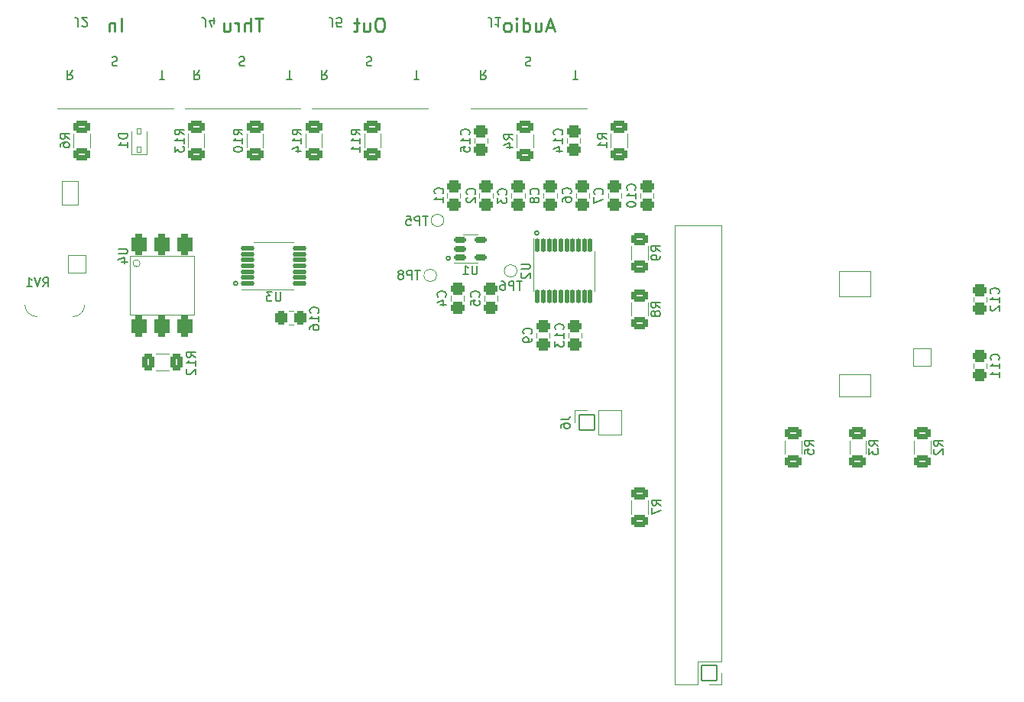
<source format=gbo>
G04 #@! TF.GenerationSoftware,KiCad,Pcbnew,6.0.11*
G04 #@! TF.CreationDate,2024-07-23T18:36:50-05:00*
G04 #@! TF.ProjectId,minidexed,6d696e69-6465-4786-9564-2e6b69636164,rev?*
G04 #@! TF.SameCoordinates,Original*
G04 #@! TF.FileFunction,Legend,Bot*
G04 #@! TF.FilePolarity,Positive*
%FSLAX46Y46*%
G04 Gerber Fmt 4.6, Leading zero omitted, Abs format (unit mm)*
G04 Created by KiCad (PCBNEW 6.0.11) date 2024-07-23 18:36:50*
%MOMM*%
%LPD*%
G01*
G04 APERTURE LIST*
G04 Aperture macros list*
%AMRoundRect*
0 Rectangle with rounded corners*
0 $1 Rounding radius*
0 $2 $3 $4 $5 $6 $7 $8 $9 X,Y pos of 4 corners*
0 Add a 4 corners polygon primitive as box body*
4,1,4,$2,$3,$4,$5,$6,$7,$8,$9,$2,$3,0*
0 Add four circle primitives for the rounded corners*
1,1,$1+$1,$2,$3*
1,1,$1+$1,$4,$5*
1,1,$1+$1,$6,$7*
1,1,$1+$1,$8,$9*
0 Add four rect primitives between the rounded corners*
20,1,$1+$1,$2,$3,$4,$5,0*
20,1,$1+$1,$4,$5,$6,$7,0*
20,1,$1+$1,$6,$7,$8,$9,0*
20,1,$1+$1,$8,$9,$2,$3,0*%
G04 Aperture macros list end*
%ADD10C,0.150000*%
%ADD11C,0.250000*%
%ADD12C,0.120000*%
%ADD13C,2.800000*%
%ADD14C,1.800000*%
%ADD15C,4.100000*%
%ADD16C,2.300000*%
%ADD17C,3.100000*%
%ADD18RoundRect,0.050000X-0.900000X-1.300000X0.900000X-1.300000X0.900000X1.300000X-0.900000X1.300000X0*%
%ADD19O,1.900000X2.700000*%
%ADD20RoundRect,0.050000X1.000000X1.000000X-1.000000X1.000000X-1.000000X-1.000000X1.000000X-1.000000X0*%
%ADD21C,2.100000*%
%ADD22RoundRect,0.050000X1.750000X1.250000X-1.750000X1.250000X-1.750000X-1.250000X1.750000X-1.250000X0*%
%ADD23RoundRect,0.050000X1.750000X1.400000X-1.750000X1.400000X-1.750000X-1.400000X1.750000X-1.400000X0*%
%ADD24RoundRect,0.050000X0.850000X0.850000X-0.850000X0.850000X-0.850000X-0.850000X0.850000X-0.850000X0*%
%ADD25O,1.800000X1.800000*%
%ADD26RoundRect,0.150000X-0.100000X0.637500X-0.100000X-0.637500X0.100000X-0.637500X0.100000X0.637500X0*%
%ADD27C,1.100000*%
%ADD28RoundRect,0.300000X0.337500X0.475000X-0.337500X0.475000X-0.337500X-0.475000X0.337500X-0.475000X0*%
%ADD29RoundRect,0.300000X0.475000X-0.337500X0.475000X0.337500X-0.475000X0.337500X-0.475000X-0.337500X0*%
%ADD30RoundRect,0.300000X0.625000X-0.400000X0.625000X0.400000X-0.625000X0.400000X-0.625000X-0.400000X0*%
%ADD31RoundRect,0.300000X-0.625000X0.400000X-0.625000X-0.400000X0.625000X-0.400000X0.625000X0.400000X0*%
%ADD32RoundRect,0.300000X-0.475000X0.337500X-0.475000X-0.337500X0.475000X-0.337500X0.475000X0.337500X0*%
%ADD33RoundRect,0.300000X-0.400000X-0.625000X0.400000X-0.625000X0.400000X0.625000X-0.400000X0.625000X0*%
%ADD34RoundRect,0.050000X-0.850000X0.850000X-0.850000X-0.850000X0.850000X-0.850000X0.850000X0.850000X0*%
%ADD35RoundRect,0.200000X-0.512500X-0.150000X0.512500X-0.150000X0.512500X0.150000X-0.512500X0.150000X0*%
%ADD36RoundRect,0.431000X-0.381000X0.762000X-0.381000X-0.762000X0.381000X-0.762000X0.381000X0.762000X0*%
%ADD37RoundRect,0.050000X0.225000X-0.300000X0.225000X0.300000X-0.225000X0.300000X-0.225000X-0.300000X0*%
%ADD38RoundRect,0.150000X-0.637500X-0.100000X0.637500X-0.100000X0.637500X0.100000X-0.637500X0.100000X0*%
G04 APERTURE END LIST*
D10*
X155023607Y-83300000D02*
G75*
G03*
X155023607Y-83300000I-223607J0D01*
G01*
X145223607Y-86100000D02*
G75*
G03*
X145223607Y-86100000I-223607J0D01*
G01*
X121660907Y-88877000D02*
G75*
G03*
X121660907Y-88877000I-223607J0D01*
G01*
D11*
X124450000Y-59478571D02*
X123592857Y-59478571D01*
X124021428Y-60978571D02*
X124021428Y-59478571D01*
X123092857Y-60978571D02*
X123092857Y-59478571D01*
X122450000Y-60978571D02*
X122450000Y-60192857D01*
X122521428Y-60050000D01*
X122664285Y-59978571D01*
X122878571Y-59978571D01*
X123021428Y-60050000D01*
X123092857Y-60121428D01*
X121735714Y-60978571D02*
X121735714Y-59978571D01*
X121735714Y-60264285D02*
X121664285Y-60121428D01*
X121592857Y-60050000D01*
X121450000Y-59978571D01*
X121307142Y-59978571D01*
X120164285Y-59978571D02*
X120164285Y-60978571D01*
X120807142Y-59978571D02*
X120807142Y-60764285D01*
X120735714Y-60907142D01*
X120592857Y-60978571D01*
X120378571Y-60978571D01*
X120235714Y-60907142D01*
X120164285Y-60835714D01*
X108778571Y-60978571D02*
X108778571Y-59478571D01*
X108064285Y-59978571D02*
X108064285Y-60978571D01*
X108064285Y-60121428D02*
X107992857Y-60050000D01*
X107850000Y-59978571D01*
X107635714Y-59978571D01*
X107492857Y-60050000D01*
X107421428Y-60192857D01*
X107421428Y-60978571D01*
X156650000Y-60550000D02*
X155935714Y-60550000D01*
X156792857Y-60978571D02*
X156292857Y-59478571D01*
X155792857Y-60978571D01*
X154650000Y-59978571D02*
X154650000Y-60978571D01*
X155292857Y-59978571D02*
X155292857Y-60764285D01*
X155221428Y-60907142D01*
X155078571Y-60978571D01*
X154864285Y-60978571D01*
X154721428Y-60907142D01*
X154650000Y-60835714D01*
X153292857Y-60978571D02*
X153292857Y-59478571D01*
X153292857Y-60907142D02*
X153435714Y-60978571D01*
X153721428Y-60978571D01*
X153864285Y-60907142D01*
X153935714Y-60835714D01*
X154007142Y-60692857D01*
X154007142Y-60264285D01*
X153935714Y-60121428D01*
X153864285Y-60050000D01*
X153721428Y-59978571D01*
X153435714Y-59978571D01*
X153292857Y-60050000D01*
X152578571Y-60978571D02*
X152578571Y-59978571D01*
X152578571Y-59478571D02*
X152650000Y-59550000D01*
X152578571Y-59621428D01*
X152507142Y-59550000D01*
X152578571Y-59478571D01*
X152578571Y-59621428D01*
X151650000Y-60978571D02*
X151792857Y-60907142D01*
X151864285Y-60835714D01*
X151935714Y-60692857D01*
X151935714Y-60264285D01*
X151864285Y-60121428D01*
X151792857Y-60050000D01*
X151650000Y-59978571D01*
X151435714Y-59978571D01*
X151292857Y-60050000D01*
X151221428Y-60121428D01*
X151150000Y-60264285D01*
X151150000Y-60692857D01*
X151221428Y-60835714D01*
X151292857Y-60907142D01*
X151435714Y-60978571D01*
X151650000Y-60978571D01*
X137550000Y-59478571D02*
X137264285Y-59478571D01*
X137121428Y-59550000D01*
X136978571Y-59692857D01*
X136907142Y-59978571D01*
X136907142Y-60478571D01*
X136978571Y-60764285D01*
X137121428Y-60907142D01*
X137264285Y-60978571D01*
X137550000Y-60978571D01*
X137692857Y-60907142D01*
X137835714Y-60764285D01*
X137907142Y-60478571D01*
X137907142Y-59978571D01*
X137835714Y-59692857D01*
X137692857Y-59550000D01*
X137550000Y-59478571D01*
X135621428Y-59978571D02*
X135621428Y-60978571D01*
X136264285Y-59978571D02*
X136264285Y-60764285D01*
X136192857Y-60907142D01*
X136050000Y-60978571D01*
X135835714Y-60978571D01*
X135692857Y-60907142D01*
X135621428Y-60835714D01*
X135121428Y-59978571D02*
X134550000Y-59978571D01*
X134907142Y-59478571D02*
X134907142Y-60764285D01*
X134835714Y-60907142D01*
X134692857Y-60978571D01*
X134550000Y-60978571D01*
D10*
X153052380Y-86738095D02*
X153861904Y-86738095D01*
X153957142Y-86785714D01*
X154004761Y-86833333D01*
X154052380Y-86928571D01*
X154052380Y-87119047D01*
X154004761Y-87214285D01*
X153957142Y-87261904D01*
X153861904Y-87309523D01*
X153052380Y-87309523D01*
X153147619Y-87738095D02*
X153100000Y-87785714D01*
X153052380Y-87880952D01*
X153052380Y-88119047D01*
X153100000Y-88214285D01*
X153147619Y-88261904D01*
X153242857Y-88309523D01*
X153338095Y-88309523D01*
X153480952Y-88261904D01*
X154052380Y-87690476D01*
X154052380Y-88309523D01*
X141861904Y-87452380D02*
X141290476Y-87452380D01*
X141576190Y-88452380D02*
X141576190Y-87452380D01*
X140957142Y-88452380D02*
X140957142Y-87452380D01*
X140576190Y-87452380D01*
X140480952Y-87500000D01*
X140433333Y-87547619D01*
X140385714Y-87642857D01*
X140385714Y-87785714D01*
X140433333Y-87880952D01*
X140480952Y-87928571D01*
X140576190Y-87976190D01*
X140957142Y-87976190D01*
X139814285Y-87880952D02*
X139909523Y-87833333D01*
X139957142Y-87785714D01*
X140004761Y-87690476D01*
X140004761Y-87642857D01*
X139957142Y-87547619D01*
X139909523Y-87500000D01*
X139814285Y-87452380D01*
X139623809Y-87452380D01*
X139528571Y-87500000D01*
X139480952Y-87547619D01*
X139433333Y-87642857D01*
X139433333Y-87690476D01*
X139480952Y-87785714D01*
X139528571Y-87833333D01*
X139623809Y-87880952D01*
X139814285Y-87880952D01*
X139909523Y-87928571D01*
X139957142Y-87976190D01*
X140004761Y-88071428D01*
X140004761Y-88261904D01*
X139957142Y-88357142D01*
X139909523Y-88404761D01*
X139814285Y-88452380D01*
X139623809Y-88452380D01*
X139528571Y-88404761D01*
X139480952Y-88357142D01*
X139433333Y-88261904D01*
X139433333Y-88071428D01*
X139480952Y-87976190D01*
X139528571Y-87928571D01*
X139623809Y-87880952D01*
X130557142Y-92157142D02*
X130604761Y-92109523D01*
X130652380Y-91966666D01*
X130652380Y-91871428D01*
X130604761Y-91728571D01*
X130509523Y-91633333D01*
X130414285Y-91585714D01*
X130223809Y-91538095D01*
X130080952Y-91538095D01*
X129890476Y-91585714D01*
X129795238Y-91633333D01*
X129700000Y-91728571D01*
X129652380Y-91871428D01*
X129652380Y-91966666D01*
X129700000Y-92109523D01*
X129747619Y-92157142D01*
X130652380Y-93109523D02*
X130652380Y-92538095D01*
X130652380Y-92823809D02*
X129652380Y-92823809D01*
X129795238Y-92728571D01*
X129890476Y-92633333D01*
X129938095Y-92538095D01*
X129652380Y-93966666D02*
X129652380Y-93776190D01*
X129700000Y-93680952D01*
X129747619Y-93633333D01*
X129890476Y-93538095D01*
X130080952Y-93490476D01*
X130461904Y-93490476D01*
X130557142Y-93538095D01*
X130604761Y-93585714D01*
X130652380Y-93680952D01*
X130652380Y-93871428D01*
X130604761Y-93966666D01*
X130557142Y-94014285D01*
X130461904Y-94061904D01*
X130223809Y-94061904D01*
X130128571Y-94014285D01*
X130080952Y-93966666D01*
X130033333Y-93871428D01*
X130033333Y-93680952D01*
X130080952Y-93585714D01*
X130128571Y-93538095D01*
X130223809Y-93490476D01*
X162057142Y-78995833D02*
X162104761Y-78948214D01*
X162152380Y-78805357D01*
X162152380Y-78710119D01*
X162104761Y-78567261D01*
X162009523Y-78472023D01*
X161914285Y-78424404D01*
X161723809Y-78376785D01*
X161580952Y-78376785D01*
X161390476Y-78424404D01*
X161295238Y-78472023D01*
X161200000Y-78567261D01*
X161152380Y-78710119D01*
X161152380Y-78805357D01*
X161200000Y-78948214D01*
X161247619Y-78995833D01*
X161152380Y-79329166D02*
X161152380Y-79995833D01*
X162152380Y-79567261D01*
X185472380Y-106883333D02*
X184996190Y-106550000D01*
X185472380Y-106311904D02*
X184472380Y-106311904D01*
X184472380Y-106692857D01*
X184520000Y-106788095D01*
X184567619Y-106835714D01*
X184662857Y-106883333D01*
X184805714Y-106883333D01*
X184900952Y-106835714D01*
X184948571Y-106788095D01*
X184996190Y-106692857D01*
X184996190Y-106311904D01*
X184472380Y-107788095D02*
X184472380Y-107311904D01*
X184948571Y-107264285D01*
X184900952Y-107311904D01*
X184853333Y-107407142D01*
X184853333Y-107645238D01*
X184900952Y-107740476D01*
X184948571Y-107788095D01*
X185043809Y-107835714D01*
X185281904Y-107835714D01*
X185377142Y-107788095D01*
X185424761Y-107740476D01*
X185472380Y-107645238D01*
X185472380Y-107407142D01*
X185424761Y-107311904D01*
X185377142Y-107264285D01*
X103007580Y-72883333D02*
X102531390Y-72550000D01*
X103007580Y-72311904D02*
X102007580Y-72311904D01*
X102007580Y-72692857D01*
X102055200Y-72788095D01*
X102102819Y-72835714D01*
X102198057Y-72883333D01*
X102340914Y-72883333D01*
X102436152Y-72835714D01*
X102483771Y-72788095D01*
X102531390Y-72692857D01*
X102531390Y-72311904D01*
X102007580Y-73740476D02*
X102007580Y-73550000D01*
X102055200Y-73454761D01*
X102102819Y-73407142D01*
X102245676Y-73311904D01*
X102436152Y-73264285D01*
X102817104Y-73264285D01*
X102912342Y-73311904D01*
X102959961Y-73359523D01*
X103007580Y-73454761D01*
X103007580Y-73645238D01*
X102959961Y-73740476D01*
X102912342Y-73788095D01*
X102817104Y-73835714D01*
X102579009Y-73835714D01*
X102483771Y-73788095D01*
X102436152Y-73740476D01*
X102388533Y-73645238D01*
X102388533Y-73454761D01*
X102436152Y-73359523D01*
X102483771Y-73311904D01*
X102579009Y-73264285D01*
X147277142Y-72419642D02*
X147324761Y-72372023D01*
X147372380Y-72229166D01*
X147372380Y-72133928D01*
X147324761Y-71991071D01*
X147229523Y-71895833D01*
X147134285Y-71848214D01*
X146943809Y-71800595D01*
X146800952Y-71800595D01*
X146610476Y-71848214D01*
X146515238Y-71895833D01*
X146420000Y-71991071D01*
X146372380Y-72133928D01*
X146372380Y-72229166D01*
X146420000Y-72372023D01*
X146467619Y-72419642D01*
X147372380Y-73372023D02*
X147372380Y-72800595D01*
X147372380Y-73086309D02*
X146372380Y-73086309D01*
X146515238Y-72991071D01*
X146610476Y-72895833D01*
X146658095Y-72800595D01*
X146372380Y-74276785D02*
X146372380Y-73800595D01*
X146848571Y-73752976D01*
X146800952Y-73800595D01*
X146753333Y-73895833D01*
X146753333Y-74133928D01*
X146800952Y-74229166D01*
X146848571Y-74276785D01*
X146943809Y-74324404D01*
X147181904Y-74324404D01*
X147277142Y-74276785D01*
X147324761Y-74229166D01*
X147372380Y-74133928D01*
X147372380Y-73895833D01*
X147324761Y-73800595D01*
X147277142Y-73752976D01*
X205957142Y-97357142D02*
X206004761Y-97309523D01*
X206052380Y-97166666D01*
X206052380Y-97071428D01*
X206004761Y-96928571D01*
X205909523Y-96833333D01*
X205814285Y-96785714D01*
X205623809Y-96738095D01*
X205480952Y-96738095D01*
X205290476Y-96785714D01*
X205195238Y-96833333D01*
X205100000Y-96928571D01*
X205052380Y-97071428D01*
X205052380Y-97166666D01*
X205100000Y-97309523D01*
X205147619Y-97357142D01*
X206052380Y-98309523D02*
X206052380Y-97738095D01*
X206052380Y-98023809D02*
X205052380Y-98023809D01*
X205195238Y-97928571D01*
X205290476Y-97833333D01*
X205338095Y-97738095D01*
X206052380Y-99261904D02*
X206052380Y-98690476D01*
X206052380Y-98976190D02*
X205052380Y-98976190D01*
X205195238Y-98880952D01*
X205290476Y-98785714D01*
X205338095Y-98690476D01*
X205937142Y-90019642D02*
X205984761Y-89972023D01*
X206032380Y-89829166D01*
X206032380Y-89733928D01*
X205984761Y-89591071D01*
X205889523Y-89495833D01*
X205794285Y-89448214D01*
X205603809Y-89400595D01*
X205460952Y-89400595D01*
X205270476Y-89448214D01*
X205175238Y-89495833D01*
X205080000Y-89591071D01*
X205032380Y-89733928D01*
X205032380Y-89829166D01*
X205080000Y-89972023D01*
X205127619Y-90019642D01*
X206032380Y-90972023D02*
X206032380Y-90400595D01*
X206032380Y-90686309D02*
X205032380Y-90686309D01*
X205175238Y-90591071D01*
X205270476Y-90495833D01*
X205318095Y-90400595D01*
X205127619Y-91352976D02*
X205080000Y-91400595D01*
X205032380Y-91495833D01*
X205032380Y-91733928D01*
X205080000Y-91829166D01*
X205127619Y-91876785D01*
X205222857Y-91924404D01*
X205318095Y-91924404D01*
X205460952Y-91876785D01*
X206032380Y-91305357D01*
X206032380Y-91924404D01*
X165657142Y-78519642D02*
X165704761Y-78472023D01*
X165752380Y-78329166D01*
X165752380Y-78233928D01*
X165704761Y-78091071D01*
X165609523Y-77995833D01*
X165514285Y-77948214D01*
X165323809Y-77900595D01*
X165180952Y-77900595D01*
X164990476Y-77948214D01*
X164895238Y-77995833D01*
X164800000Y-78091071D01*
X164752380Y-78233928D01*
X164752380Y-78329166D01*
X164800000Y-78472023D01*
X164847619Y-78519642D01*
X165752380Y-79472023D02*
X165752380Y-78900595D01*
X165752380Y-79186309D02*
X164752380Y-79186309D01*
X164895238Y-79091071D01*
X164990476Y-78995833D01*
X165038095Y-78900595D01*
X164752380Y-80091071D02*
X164752380Y-80186309D01*
X164800000Y-80281547D01*
X164847619Y-80329166D01*
X164942857Y-80376785D01*
X165133333Y-80424404D01*
X165371428Y-80424404D01*
X165561904Y-80376785D01*
X165657142Y-80329166D01*
X165704761Y-80281547D01*
X165752380Y-80186309D01*
X165752380Y-80091071D01*
X165704761Y-79995833D01*
X165657142Y-79948214D01*
X165561904Y-79900595D01*
X165371428Y-79852976D01*
X165133333Y-79852976D01*
X164942857Y-79900595D01*
X164847619Y-79948214D01*
X164800000Y-79995833D01*
X164752380Y-80091071D01*
X168472380Y-91583333D02*
X167996190Y-91250000D01*
X168472380Y-91011904D02*
X167472380Y-91011904D01*
X167472380Y-91392857D01*
X167520000Y-91488095D01*
X167567619Y-91535714D01*
X167662857Y-91583333D01*
X167805714Y-91583333D01*
X167900952Y-91535714D01*
X167948571Y-91488095D01*
X167996190Y-91392857D01*
X167996190Y-91011904D01*
X167900952Y-92154761D02*
X167853333Y-92059523D01*
X167805714Y-92011904D01*
X167710476Y-91964285D01*
X167662857Y-91964285D01*
X167567619Y-92011904D01*
X167520000Y-92059523D01*
X167472380Y-92154761D01*
X167472380Y-92345238D01*
X167520000Y-92440476D01*
X167567619Y-92488095D01*
X167662857Y-92535714D01*
X167710476Y-92535714D01*
X167805714Y-92488095D01*
X167853333Y-92440476D01*
X167900952Y-92345238D01*
X167900952Y-92154761D01*
X167948571Y-92059523D01*
X167996190Y-92011904D01*
X168091428Y-91964285D01*
X168281904Y-91964285D01*
X168377142Y-92011904D01*
X168424761Y-92059523D01*
X168472380Y-92154761D01*
X168472380Y-92345238D01*
X168424761Y-92440476D01*
X168377142Y-92488095D01*
X168281904Y-92535714D01*
X168091428Y-92535714D01*
X167996190Y-92488095D01*
X167948571Y-92440476D01*
X167900952Y-92345238D01*
X116977780Y-97065542D02*
X116501590Y-96732209D01*
X116977780Y-96494114D02*
X115977780Y-96494114D01*
X115977780Y-96875066D01*
X116025400Y-96970304D01*
X116073019Y-97017923D01*
X116168257Y-97065542D01*
X116311114Y-97065542D01*
X116406352Y-97017923D01*
X116453971Y-96970304D01*
X116501590Y-96875066D01*
X116501590Y-96494114D01*
X116977780Y-98017923D02*
X116977780Y-97446495D01*
X116977780Y-97732209D02*
X115977780Y-97732209D01*
X116120638Y-97636971D01*
X116215876Y-97541733D01*
X116263495Y-97446495D01*
X116073019Y-98398876D02*
X116025400Y-98446495D01*
X115977780Y-98541733D01*
X115977780Y-98779828D01*
X116025400Y-98875066D01*
X116073019Y-98922685D01*
X116168257Y-98970304D01*
X116263495Y-98970304D01*
X116406352Y-98922685D01*
X116977780Y-98351257D01*
X116977780Y-98970304D01*
X128719420Y-72407142D02*
X128243230Y-72073809D01*
X128719420Y-71835714D02*
X127719420Y-71835714D01*
X127719420Y-72216666D01*
X127767040Y-72311904D01*
X127814659Y-72359523D01*
X127909897Y-72407142D01*
X128052754Y-72407142D01*
X128147992Y-72359523D01*
X128195611Y-72311904D01*
X128243230Y-72216666D01*
X128243230Y-71835714D01*
X128719420Y-73359523D02*
X128719420Y-72788095D01*
X128719420Y-73073809D02*
X127719420Y-73073809D01*
X127862278Y-72978571D01*
X127957516Y-72883333D01*
X128005135Y-72788095D01*
X128052754Y-74216666D02*
X128719420Y-74216666D01*
X127671801Y-73978571D02*
X128386087Y-73740476D01*
X128386087Y-74359523D01*
X142734504Y-81436980D02*
X142163076Y-81436980D01*
X142448790Y-82436980D02*
X142448790Y-81436980D01*
X141829742Y-82436980D02*
X141829742Y-81436980D01*
X141448790Y-81436980D01*
X141353552Y-81484600D01*
X141305933Y-81532219D01*
X141258314Y-81627457D01*
X141258314Y-81770314D01*
X141305933Y-81865552D01*
X141353552Y-81913171D01*
X141448790Y-81960790D01*
X141829742Y-81960790D01*
X140353552Y-81436980D02*
X140829742Y-81436980D01*
X140877361Y-81913171D01*
X140829742Y-81865552D01*
X140734504Y-81817933D01*
X140496409Y-81817933D01*
X140401171Y-81865552D01*
X140353552Y-81913171D01*
X140305933Y-82008409D01*
X140305933Y-82246504D01*
X140353552Y-82341742D01*
X140401171Y-82389361D01*
X140496409Y-82436980D01*
X140734504Y-82436980D01*
X140829742Y-82389361D01*
X140877361Y-82341742D01*
X199772380Y-106883333D02*
X199296190Y-106550000D01*
X199772380Y-106311904D02*
X198772380Y-106311904D01*
X198772380Y-106692857D01*
X198820000Y-106788095D01*
X198867619Y-106835714D01*
X198962857Y-106883333D01*
X199105714Y-106883333D01*
X199200952Y-106835714D01*
X199248571Y-106788095D01*
X199296190Y-106692857D01*
X199296190Y-106311904D01*
X198867619Y-107264285D02*
X198820000Y-107311904D01*
X198772380Y-107407142D01*
X198772380Y-107645238D01*
X198820000Y-107740476D01*
X198867619Y-107788095D01*
X198962857Y-107835714D01*
X199058095Y-107835714D01*
X199200952Y-107788095D01*
X199772380Y-107216666D01*
X199772380Y-107835714D01*
X168552380Y-113483333D02*
X168076190Y-113150000D01*
X168552380Y-112911904D02*
X167552380Y-112911904D01*
X167552380Y-113292857D01*
X167600000Y-113388095D01*
X167647619Y-113435714D01*
X167742857Y-113483333D01*
X167885714Y-113483333D01*
X167980952Y-113435714D01*
X168028571Y-113388095D01*
X168076190Y-113292857D01*
X168076190Y-112911904D01*
X167552380Y-113816666D02*
X167552380Y-114483333D01*
X168552380Y-114054761D01*
X192622380Y-106883333D02*
X192146190Y-106550000D01*
X192622380Y-106311904D02*
X191622380Y-106311904D01*
X191622380Y-106692857D01*
X191670000Y-106788095D01*
X191717619Y-106835714D01*
X191812857Y-106883333D01*
X191955714Y-106883333D01*
X192050952Y-106835714D01*
X192098571Y-106788095D01*
X192146190Y-106692857D01*
X192146190Y-106311904D01*
X191622380Y-107216666D02*
X191622380Y-107835714D01*
X192003333Y-107502380D01*
X192003333Y-107645238D01*
X192050952Y-107740476D01*
X192098571Y-107788095D01*
X192193809Y-107835714D01*
X192431904Y-107835714D01*
X192527142Y-107788095D01*
X192574761Y-107740476D01*
X192622380Y-107645238D01*
X192622380Y-107359523D01*
X192574761Y-107264285D01*
X192527142Y-107216666D01*
X118091666Y-60431619D02*
X118091666Y-59717333D01*
X118044047Y-59574476D01*
X117948809Y-59479238D01*
X117805952Y-59431619D01*
X117710714Y-59431619D01*
X118996428Y-60098285D02*
X118996428Y-59431619D01*
X118758333Y-60479238D02*
X118520238Y-59764952D01*
X119139285Y-59764952D01*
X127089285Y-66281619D02*
X127660714Y-66281619D01*
X127375000Y-65281619D02*
X127375000Y-66281619D01*
X121839285Y-63829238D02*
X121982142Y-63781619D01*
X122220238Y-63781619D01*
X122315476Y-63829238D01*
X122363095Y-63876857D01*
X122410714Y-63972095D01*
X122410714Y-64067333D01*
X122363095Y-64162571D01*
X122315476Y-64210190D01*
X122220238Y-64257809D01*
X122029761Y-64305428D01*
X121934523Y-64353047D01*
X121886904Y-64400666D01*
X121839285Y-64495904D01*
X121839285Y-64591142D01*
X121886904Y-64686380D01*
X121934523Y-64734000D01*
X122029761Y-64781619D01*
X122267857Y-64781619D01*
X122410714Y-64734000D01*
X117434523Y-65281619D02*
X117101190Y-65757809D01*
X116863095Y-65281619D02*
X116863095Y-66281619D01*
X117244047Y-66281619D01*
X117339285Y-66234000D01*
X117386904Y-66186380D01*
X117434523Y-66091142D01*
X117434523Y-65948285D01*
X117386904Y-65853047D01*
X117339285Y-65805428D01*
X117244047Y-65757809D01*
X116863095Y-65757809D01*
X144677142Y-90370833D02*
X144724761Y-90323214D01*
X144772380Y-90180357D01*
X144772380Y-90085119D01*
X144724761Y-89942261D01*
X144629523Y-89847023D01*
X144534285Y-89799404D01*
X144343809Y-89751785D01*
X144200952Y-89751785D01*
X144010476Y-89799404D01*
X143915238Y-89847023D01*
X143820000Y-89942261D01*
X143772380Y-90085119D01*
X143772380Y-90180357D01*
X143820000Y-90323214D01*
X143867619Y-90370833D01*
X144105714Y-91227976D02*
X144772380Y-91227976D01*
X143724761Y-90989880D02*
X144439047Y-90751785D01*
X144439047Y-91370833D01*
X100095238Y-89252380D02*
X100428571Y-88776190D01*
X100666666Y-89252380D02*
X100666666Y-88252380D01*
X100285714Y-88252380D01*
X100190476Y-88300000D01*
X100142857Y-88347619D01*
X100095238Y-88442857D01*
X100095238Y-88585714D01*
X100142857Y-88680952D01*
X100190476Y-88728571D01*
X100285714Y-88776190D01*
X100666666Y-88776190D01*
X99809523Y-88252380D02*
X99476190Y-89252380D01*
X99142857Y-88252380D01*
X98285714Y-89252380D02*
X98857142Y-89252380D01*
X98571428Y-89252380D02*
X98571428Y-88252380D01*
X98666666Y-88395238D01*
X98761904Y-88490476D01*
X98857142Y-88538095D01*
X152152380Y-72933333D02*
X151676190Y-72600000D01*
X152152380Y-72361904D02*
X151152380Y-72361904D01*
X151152380Y-72742857D01*
X151200000Y-72838095D01*
X151247619Y-72885714D01*
X151342857Y-72933333D01*
X151485714Y-72933333D01*
X151580952Y-72885714D01*
X151628571Y-72838095D01*
X151676190Y-72742857D01*
X151676190Y-72361904D01*
X151485714Y-73790476D02*
X152152380Y-73790476D01*
X151104761Y-73552380D02*
X151819047Y-73314285D01*
X151819047Y-73933333D01*
X135232380Y-72407142D02*
X134756190Y-72073809D01*
X135232380Y-71835714D02*
X134232380Y-71835714D01*
X134232380Y-72216666D01*
X134280000Y-72311904D01*
X134327619Y-72359523D01*
X134422857Y-72407142D01*
X134565714Y-72407142D01*
X134660952Y-72359523D01*
X134708571Y-72311904D01*
X134756190Y-72216666D01*
X134756190Y-71835714D01*
X135232380Y-73359523D02*
X135232380Y-72788095D01*
X135232380Y-73073809D02*
X134232380Y-73073809D01*
X134375238Y-72978571D01*
X134470476Y-72883333D01*
X134518095Y-72788095D01*
X135232380Y-74311904D02*
X135232380Y-73740476D01*
X135232380Y-74026190D02*
X134232380Y-74026190D01*
X134375238Y-73930952D01*
X134470476Y-73835714D01*
X134518095Y-73740476D01*
X157447380Y-103966666D02*
X158161666Y-103966666D01*
X158304523Y-103919047D01*
X158399761Y-103823809D01*
X158447380Y-103680952D01*
X158447380Y-103585714D01*
X157447380Y-104871428D02*
X157447380Y-104680952D01*
X157495000Y-104585714D01*
X157542619Y-104538095D01*
X157685476Y-104442857D01*
X157875952Y-104395238D01*
X158256904Y-104395238D01*
X158352142Y-104442857D01*
X158399761Y-104490476D01*
X158447380Y-104585714D01*
X158447380Y-104776190D01*
X158399761Y-104871428D01*
X158352142Y-104919047D01*
X158256904Y-104966666D01*
X158018809Y-104966666D01*
X157923571Y-104919047D01*
X157875952Y-104871428D01*
X157828333Y-104776190D01*
X157828333Y-104585714D01*
X157875952Y-104490476D01*
X157923571Y-104442857D01*
X158018809Y-104395238D01*
X157697142Y-93994642D02*
X157744761Y-93947023D01*
X157792380Y-93804166D01*
X157792380Y-93708928D01*
X157744761Y-93566071D01*
X157649523Y-93470833D01*
X157554285Y-93423214D01*
X157363809Y-93375595D01*
X157220952Y-93375595D01*
X157030476Y-93423214D01*
X156935238Y-93470833D01*
X156840000Y-93566071D01*
X156792380Y-93708928D01*
X156792380Y-93804166D01*
X156840000Y-93947023D01*
X156887619Y-93994642D01*
X157792380Y-94947023D02*
X157792380Y-94375595D01*
X157792380Y-94661309D02*
X156792380Y-94661309D01*
X156935238Y-94566071D01*
X157030476Y-94470833D01*
X157078095Y-94375595D01*
X156792380Y-95280357D02*
X156792380Y-95899404D01*
X157173333Y-95566071D01*
X157173333Y-95708928D01*
X157220952Y-95804166D01*
X157268571Y-95851785D01*
X157363809Y-95899404D01*
X157601904Y-95899404D01*
X157697142Y-95851785D01*
X157744761Y-95804166D01*
X157792380Y-95708928D01*
X157792380Y-95423214D01*
X157744761Y-95327976D01*
X157697142Y-95280357D01*
X148199404Y-86902380D02*
X148199404Y-87711904D01*
X148151785Y-87807142D01*
X148104166Y-87854761D01*
X148008928Y-87902380D01*
X147818452Y-87902380D01*
X147723214Y-87854761D01*
X147675595Y-87807142D01*
X147627976Y-87711904D01*
X147627976Y-86902380D01*
X146627976Y-87902380D02*
X147199404Y-87902380D01*
X146913690Y-87902380D02*
X146913690Y-86902380D01*
X147008928Y-87045238D01*
X147104166Y-87140476D01*
X147199404Y-87188095D01*
X148377142Y-90370833D02*
X148424761Y-90323214D01*
X148472380Y-90180357D01*
X148472380Y-90085119D01*
X148424761Y-89942261D01*
X148329523Y-89847023D01*
X148234285Y-89799404D01*
X148043809Y-89751785D01*
X147900952Y-89751785D01*
X147710476Y-89799404D01*
X147615238Y-89847023D01*
X147520000Y-89942261D01*
X147472380Y-90085119D01*
X147472380Y-90180357D01*
X147520000Y-90323214D01*
X147567619Y-90370833D01*
X147472380Y-91275595D02*
X147472380Y-90799404D01*
X147948571Y-90751785D01*
X147900952Y-90799404D01*
X147853333Y-90894642D01*
X147853333Y-91132738D01*
X147900952Y-91227976D01*
X147948571Y-91275595D01*
X148043809Y-91323214D01*
X148281904Y-91323214D01*
X148377142Y-91275595D01*
X148424761Y-91227976D01*
X148472380Y-91132738D01*
X148472380Y-90894642D01*
X148424761Y-90799404D01*
X148377142Y-90751785D01*
X108452380Y-85038095D02*
X109261904Y-85038095D01*
X109357142Y-85085714D01*
X109404761Y-85133333D01*
X109452380Y-85228571D01*
X109452380Y-85419047D01*
X109404761Y-85514285D01*
X109357142Y-85561904D01*
X109261904Y-85609523D01*
X108452380Y-85609523D01*
X108785714Y-86514285D02*
X109452380Y-86514285D01*
X108404761Y-86276190D02*
X109119047Y-86038095D01*
X109119047Y-86657142D01*
X109452380Y-72311904D02*
X108452380Y-72311904D01*
X108452380Y-72550000D01*
X108500000Y-72692857D01*
X108595238Y-72788095D01*
X108690476Y-72835714D01*
X108880952Y-72883333D01*
X109023809Y-72883333D01*
X109214285Y-72835714D01*
X109309523Y-72788095D01*
X109404761Y-72692857D01*
X109452380Y-72550000D01*
X109452380Y-72311904D01*
X109452380Y-73835714D02*
X109452380Y-73264285D01*
X109452380Y-73550000D02*
X108452380Y-73550000D01*
X108595238Y-73454761D01*
X108690476Y-73359523D01*
X108738095Y-73264285D01*
X144357142Y-78933333D02*
X144404761Y-78885714D01*
X144452380Y-78742857D01*
X144452380Y-78647619D01*
X144404761Y-78504761D01*
X144309523Y-78409523D01*
X144214285Y-78361904D01*
X144023809Y-78314285D01*
X143880952Y-78314285D01*
X143690476Y-78361904D01*
X143595238Y-78409523D01*
X143500000Y-78504761D01*
X143452380Y-78647619D01*
X143452380Y-78742857D01*
X143500000Y-78885714D01*
X143547619Y-78933333D01*
X144452380Y-79885714D02*
X144452380Y-79314285D01*
X144452380Y-79600000D02*
X143452380Y-79600000D01*
X143595238Y-79504761D01*
X143690476Y-79409523D01*
X143738095Y-79314285D01*
X132188666Y-60431619D02*
X132188666Y-59717333D01*
X132141047Y-59574476D01*
X132045809Y-59479238D01*
X131902952Y-59431619D01*
X131807714Y-59431619D01*
X133141047Y-60431619D02*
X132664857Y-60431619D01*
X132617238Y-59955428D01*
X132664857Y-60003047D01*
X132760095Y-60050666D01*
X132998190Y-60050666D01*
X133093428Y-60003047D01*
X133141047Y-59955428D01*
X133188666Y-59860190D01*
X133188666Y-59622095D01*
X133141047Y-59526857D01*
X133093428Y-59479238D01*
X132998190Y-59431619D01*
X132760095Y-59431619D01*
X132664857Y-59479238D01*
X132617238Y-59526857D01*
X131531523Y-65281619D02*
X131198190Y-65757809D01*
X130960095Y-65281619D02*
X130960095Y-66281619D01*
X131341047Y-66281619D01*
X131436285Y-66234000D01*
X131483904Y-66186380D01*
X131531523Y-66091142D01*
X131531523Y-65948285D01*
X131483904Y-65853047D01*
X131436285Y-65805428D01*
X131341047Y-65757809D01*
X130960095Y-65757809D01*
X135936285Y-63829238D02*
X136079142Y-63781619D01*
X136317238Y-63781619D01*
X136412476Y-63829238D01*
X136460095Y-63876857D01*
X136507714Y-63972095D01*
X136507714Y-64067333D01*
X136460095Y-64162571D01*
X136412476Y-64210190D01*
X136317238Y-64257809D01*
X136126761Y-64305428D01*
X136031523Y-64353047D01*
X135983904Y-64400666D01*
X135936285Y-64495904D01*
X135936285Y-64591142D01*
X135983904Y-64686380D01*
X136031523Y-64734000D01*
X136126761Y-64781619D01*
X136364857Y-64781619D01*
X136507714Y-64734000D01*
X141186285Y-66281619D02*
X141757714Y-66281619D01*
X141472000Y-65281619D02*
X141472000Y-66281619D01*
X126424404Y-89852380D02*
X126424404Y-90661904D01*
X126376785Y-90757142D01*
X126329166Y-90804761D01*
X126233928Y-90852380D01*
X126043452Y-90852380D01*
X125948214Y-90804761D01*
X125900595Y-90757142D01*
X125852976Y-90661904D01*
X125852976Y-89852380D01*
X125472023Y-89852380D02*
X124852976Y-89852380D01*
X125186309Y-90233333D01*
X125043452Y-90233333D01*
X124948214Y-90280952D01*
X124900595Y-90328571D01*
X124852976Y-90423809D01*
X124852976Y-90661904D01*
X124900595Y-90757142D01*
X124948214Y-90804761D01*
X125043452Y-90852380D01*
X125329166Y-90852380D01*
X125424404Y-90804761D01*
X125472023Y-90757142D01*
X151390474Y-79033333D02*
X151438093Y-78985714D01*
X151485712Y-78842857D01*
X151485712Y-78747619D01*
X151438093Y-78604761D01*
X151342855Y-78509523D01*
X151247617Y-78461904D01*
X151057141Y-78414285D01*
X150914284Y-78414285D01*
X150723808Y-78461904D01*
X150628570Y-78509523D01*
X150533332Y-78604761D01*
X150485712Y-78747619D01*
X150485712Y-78842857D01*
X150533332Y-78985714D01*
X150580951Y-79033333D01*
X150485712Y-79366666D02*
X150485712Y-79985714D01*
X150866665Y-79652380D01*
X150866665Y-79795238D01*
X150914284Y-79890476D01*
X150961903Y-79938095D01*
X151057141Y-79985714D01*
X151295236Y-79985714D01*
X151390474Y-79938095D01*
X151438093Y-79890476D01*
X151485712Y-79795238D01*
X151485712Y-79509523D01*
X151438093Y-79414285D01*
X151390474Y-79366666D01*
X103994666Y-60431619D02*
X103994666Y-59717333D01*
X103947047Y-59574476D01*
X103851809Y-59479238D01*
X103708952Y-59431619D01*
X103613714Y-59431619D01*
X104423238Y-60336380D02*
X104470857Y-60384000D01*
X104566095Y-60431619D01*
X104804190Y-60431619D01*
X104899428Y-60384000D01*
X104947047Y-60336380D01*
X104994666Y-60241142D01*
X104994666Y-60145904D01*
X104947047Y-60003047D01*
X104375619Y-59431619D01*
X104994666Y-59431619D01*
X103337523Y-65281619D02*
X103004190Y-65757809D01*
X102766095Y-65281619D02*
X102766095Y-66281619D01*
X103147047Y-66281619D01*
X103242285Y-66234000D01*
X103289904Y-66186380D01*
X103337523Y-66091142D01*
X103337523Y-65948285D01*
X103289904Y-65853047D01*
X103242285Y-65805428D01*
X103147047Y-65757809D01*
X102766095Y-65757809D01*
X112992285Y-66281619D02*
X113563714Y-66281619D01*
X113278000Y-65281619D02*
X113278000Y-66281619D01*
X107742285Y-63829238D02*
X107885142Y-63781619D01*
X108123238Y-63781619D01*
X108218476Y-63829238D01*
X108266095Y-63876857D01*
X108313714Y-63972095D01*
X108313714Y-64067333D01*
X108266095Y-64162571D01*
X108218476Y-64210190D01*
X108123238Y-64257809D01*
X107932761Y-64305428D01*
X107837523Y-64353047D01*
X107789904Y-64400666D01*
X107742285Y-64495904D01*
X107742285Y-64591142D01*
X107789904Y-64686380D01*
X107837523Y-64734000D01*
X107932761Y-64781619D01*
X108170857Y-64781619D01*
X108313714Y-64734000D01*
X168472380Y-85333333D02*
X167996190Y-85000000D01*
X168472380Y-84761904D02*
X167472380Y-84761904D01*
X167472380Y-85142857D01*
X167520000Y-85238095D01*
X167567619Y-85285714D01*
X167662857Y-85333333D01*
X167805714Y-85333333D01*
X167900952Y-85285714D01*
X167948571Y-85238095D01*
X167996190Y-85142857D01*
X167996190Y-84761904D01*
X168472380Y-85809523D02*
X168472380Y-86000000D01*
X168424761Y-86095238D01*
X168377142Y-86142857D01*
X168234285Y-86238095D01*
X168043809Y-86285714D01*
X167662857Y-86285714D01*
X167567619Y-86238095D01*
X167520000Y-86190476D01*
X167472380Y-86095238D01*
X167472380Y-85904761D01*
X167520000Y-85809523D01*
X167567619Y-85761904D01*
X167662857Y-85714285D01*
X167900952Y-85714285D01*
X167996190Y-85761904D01*
X168043809Y-85809523D01*
X168091428Y-85904761D01*
X168091428Y-86095238D01*
X168043809Y-86190476D01*
X167996190Y-86238095D01*
X167900952Y-86285714D01*
X153161904Y-88652380D02*
X152590476Y-88652380D01*
X152876190Y-89652380D02*
X152876190Y-88652380D01*
X152257142Y-89652380D02*
X152257142Y-88652380D01*
X151876190Y-88652380D01*
X151780952Y-88700000D01*
X151733333Y-88747619D01*
X151685714Y-88842857D01*
X151685714Y-88985714D01*
X151733333Y-89080952D01*
X151780952Y-89128571D01*
X151876190Y-89176190D01*
X152257142Y-89176190D01*
X150828571Y-88652380D02*
X151019047Y-88652380D01*
X151114285Y-88700000D01*
X151161904Y-88747619D01*
X151257142Y-88890476D01*
X151304761Y-89080952D01*
X151304761Y-89461904D01*
X151257142Y-89557142D01*
X151209523Y-89604761D01*
X151114285Y-89652380D01*
X150923809Y-89652380D01*
X150828571Y-89604761D01*
X150780952Y-89557142D01*
X150733333Y-89461904D01*
X150733333Y-89223809D01*
X150780952Y-89128571D01*
X150828571Y-89080952D01*
X150923809Y-89033333D01*
X151114285Y-89033333D01*
X151209523Y-89080952D01*
X151257142Y-89128571D01*
X151304761Y-89223809D01*
X157563808Y-72407142D02*
X157611427Y-72359523D01*
X157659046Y-72216666D01*
X157659046Y-72121428D01*
X157611427Y-71978571D01*
X157516189Y-71883333D01*
X157420951Y-71835714D01*
X157230475Y-71788095D01*
X157087618Y-71788095D01*
X156897142Y-71835714D01*
X156801904Y-71883333D01*
X156706666Y-71978571D01*
X156659046Y-72121428D01*
X156659046Y-72216666D01*
X156706666Y-72359523D01*
X156754285Y-72407142D01*
X157659046Y-73359523D02*
X157659046Y-72788095D01*
X157659046Y-73073809D02*
X156659046Y-73073809D01*
X156801904Y-72978571D01*
X156897142Y-72883333D01*
X156944761Y-72788095D01*
X156992380Y-74216666D02*
X157659046Y-74216666D01*
X156611427Y-73978571D02*
X157325713Y-73740476D01*
X157325713Y-74359523D01*
X122206460Y-72407142D02*
X121730270Y-72073809D01*
X122206460Y-71835714D02*
X121206460Y-71835714D01*
X121206460Y-72216666D01*
X121254080Y-72311904D01*
X121301699Y-72359523D01*
X121396937Y-72407142D01*
X121539794Y-72407142D01*
X121635032Y-72359523D01*
X121682651Y-72311904D01*
X121730270Y-72216666D01*
X121730270Y-71835714D01*
X122206460Y-73359523D02*
X122206460Y-72788095D01*
X122206460Y-73073809D02*
X121206460Y-73073809D01*
X121349318Y-72978571D01*
X121444556Y-72883333D01*
X121492175Y-72788095D01*
X121206460Y-73978571D02*
X121206460Y-74073809D01*
X121254080Y-74169047D01*
X121301699Y-74216666D01*
X121396937Y-74264285D01*
X121587413Y-74311904D01*
X121825508Y-74311904D01*
X122015984Y-74264285D01*
X122111222Y-74216666D01*
X122158841Y-74169047D01*
X122206460Y-74073809D01*
X122206460Y-73978571D01*
X122158841Y-73883333D01*
X122111222Y-73835714D01*
X122015984Y-73788095D01*
X121825508Y-73740476D01*
X121587413Y-73740476D01*
X121396937Y-73788095D01*
X121301699Y-73835714D01*
X121254080Y-73883333D01*
X121206460Y-73978571D01*
X154957140Y-78995833D02*
X155004759Y-78948214D01*
X155052378Y-78805357D01*
X155052378Y-78710119D01*
X155004759Y-78567261D01*
X154909521Y-78472023D01*
X154814283Y-78424404D01*
X154623807Y-78376785D01*
X154480950Y-78376785D01*
X154290474Y-78424404D01*
X154195236Y-78472023D01*
X154099998Y-78567261D01*
X154052378Y-78710119D01*
X154052378Y-78805357D01*
X154099998Y-78948214D01*
X154147617Y-78995833D01*
X154480950Y-79567261D02*
X154433331Y-79472023D01*
X154385712Y-79424404D01*
X154290474Y-79376785D01*
X154242855Y-79376785D01*
X154147617Y-79424404D01*
X154099998Y-79472023D01*
X154052378Y-79567261D01*
X154052378Y-79757738D01*
X154099998Y-79852976D01*
X154147617Y-79900595D01*
X154242855Y-79948214D01*
X154290474Y-79948214D01*
X154385712Y-79900595D01*
X154433331Y-79852976D01*
X154480950Y-79757738D01*
X154480950Y-79567261D01*
X154528569Y-79472023D01*
X154576188Y-79424404D01*
X154671426Y-79376785D01*
X154861902Y-79376785D01*
X154957140Y-79424404D01*
X155004759Y-79472023D01*
X155052378Y-79567261D01*
X155052378Y-79757738D01*
X155004759Y-79852976D01*
X154957140Y-79900595D01*
X154861902Y-79948214D01*
X154671426Y-79948214D01*
X154576188Y-79900595D01*
X154528569Y-79852976D01*
X154480950Y-79757738D01*
X158523806Y-78933333D02*
X158571425Y-78885714D01*
X158619044Y-78742857D01*
X158619044Y-78647619D01*
X158571425Y-78504761D01*
X158476187Y-78409523D01*
X158380949Y-78361904D01*
X158190473Y-78314285D01*
X158047616Y-78314285D01*
X157857140Y-78361904D01*
X157761902Y-78409523D01*
X157666664Y-78504761D01*
X157619044Y-78647619D01*
X157619044Y-78742857D01*
X157666664Y-78885714D01*
X157714283Y-78933333D01*
X157619044Y-79790476D02*
X157619044Y-79600000D01*
X157666664Y-79504761D01*
X157714283Y-79457142D01*
X157857140Y-79361904D01*
X158047616Y-79314285D01*
X158428568Y-79314285D01*
X158523806Y-79361904D01*
X158571425Y-79409523D01*
X158619044Y-79504761D01*
X158619044Y-79695238D01*
X158571425Y-79790476D01*
X158523806Y-79838095D01*
X158428568Y-79885714D01*
X158190473Y-79885714D01*
X158095235Y-79838095D01*
X158047616Y-79790476D01*
X157999997Y-79695238D01*
X157999997Y-79504761D01*
X158047616Y-79409523D01*
X158095235Y-79361904D01*
X158190473Y-79314285D01*
X115693500Y-72407142D02*
X115217310Y-72073809D01*
X115693500Y-71835714D02*
X114693500Y-71835714D01*
X114693500Y-72216666D01*
X114741120Y-72311904D01*
X114788739Y-72359523D01*
X114883977Y-72407142D01*
X115026834Y-72407142D01*
X115122072Y-72359523D01*
X115169691Y-72311904D01*
X115217310Y-72216666D01*
X115217310Y-71835714D01*
X115693500Y-73359523D02*
X115693500Y-72788095D01*
X115693500Y-73073809D02*
X114693500Y-73073809D01*
X114836358Y-72978571D01*
X114931596Y-72883333D01*
X114979215Y-72788095D01*
X114693500Y-73692857D02*
X114693500Y-74311904D01*
X115074453Y-73978571D01*
X115074453Y-74121428D01*
X115122072Y-74216666D01*
X115169691Y-74264285D01*
X115264929Y-74311904D01*
X115503024Y-74311904D01*
X115598262Y-74264285D01*
X115645881Y-74216666D01*
X115693500Y-74121428D01*
X115693500Y-73835714D01*
X115645881Y-73740476D01*
X115598262Y-73692857D01*
X162552380Y-72883333D02*
X162076190Y-72550000D01*
X162552380Y-72311904D02*
X161552380Y-72311904D01*
X161552380Y-72692857D01*
X161600000Y-72788095D01*
X161647619Y-72835714D01*
X161742857Y-72883333D01*
X161885714Y-72883333D01*
X161980952Y-72835714D01*
X162028571Y-72788095D01*
X162076190Y-72692857D01*
X162076190Y-72311904D01*
X162552380Y-73835714D02*
X162552380Y-73264285D01*
X162552380Y-73550000D02*
X161552380Y-73550000D01*
X161695238Y-73454761D01*
X161790476Y-73359523D01*
X161838095Y-73264285D01*
X149791666Y-60447619D02*
X149791666Y-59733333D01*
X149744047Y-59590476D01*
X149648809Y-59495238D01*
X149505952Y-59447619D01*
X149410714Y-59447619D01*
X150791666Y-59447619D02*
X150220238Y-59447619D01*
X150505952Y-59447619D02*
X150505952Y-60447619D01*
X150410714Y-60304761D01*
X150315476Y-60209523D01*
X150220238Y-60161904D01*
X149134523Y-65297619D02*
X148801190Y-65773809D01*
X148563095Y-65297619D02*
X148563095Y-66297619D01*
X148944047Y-66297619D01*
X149039285Y-66250000D01*
X149086904Y-66202380D01*
X149134523Y-66107142D01*
X149134523Y-65964285D01*
X149086904Y-65869047D01*
X149039285Y-65821428D01*
X148944047Y-65773809D01*
X148563095Y-65773809D01*
X153539285Y-63845238D02*
X153682142Y-63797619D01*
X153920238Y-63797619D01*
X154015476Y-63845238D01*
X154063095Y-63892857D01*
X154110714Y-63988095D01*
X154110714Y-64083333D01*
X154063095Y-64178571D01*
X154015476Y-64226190D01*
X153920238Y-64273809D01*
X153729761Y-64321428D01*
X153634523Y-64369047D01*
X153586904Y-64416666D01*
X153539285Y-64511904D01*
X153539285Y-64607142D01*
X153586904Y-64702380D01*
X153634523Y-64750000D01*
X153729761Y-64797619D01*
X153967857Y-64797619D01*
X154110714Y-64750000D01*
X158789285Y-66297619D02*
X159360714Y-66297619D01*
X159075000Y-65297619D02*
X159075000Y-66297619D01*
X147914608Y-78995833D02*
X147962227Y-78948214D01*
X148009846Y-78805357D01*
X148009846Y-78710119D01*
X147962227Y-78567261D01*
X147866989Y-78472023D01*
X147771751Y-78424404D01*
X147581275Y-78376785D01*
X147438418Y-78376785D01*
X147247942Y-78424404D01*
X147152704Y-78472023D01*
X147057466Y-78567261D01*
X147009846Y-78710119D01*
X147009846Y-78805357D01*
X147057466Y-78948214D01*
X147105085Y-78995833D01*
X147105085Y-79376785D02*
X147057466Y-79424404D01*
X147009846Y-79519642D01*
X147009846Y-79757738D01*
X147057466Y-79852976D01*
X147105085Y-79900595D01*
X147200323Y-79948214D01*
X147295561Y-79948214D01*
X147438418Y-79900595D01*
X148009846Y-79329166D01*
X148009846Y-79948214D01*
X154177142Y-94470833D02*
X154224761Y-94423214D01*
X154272380Y-94280357D01*
X154272380Y-94185119D01*
X154224761Y-94042261D01*
X154129523Y-93947023D01*
X154034285Y-93899404D01*
X153843809Y-93851785D01*
X153700952Y-93851785D01*
X153510476Y-93899404D01*
X153415238Y-93947023D01*
X153320000Y-94042261D01*
X153272380Y-94185119D01*
X153272380Y-94280357D01*
X153320000Y-94423214D01*
X153367619Y-94470833D01*
X154272380Y-94947023D02*
X154272380Y-95137500D01*
X154224761Y-95232738D01*
X154177142Y-95280357D01*
X154034285Y-95375595D01*
X153843809Y-95423214D01*
X153462857Y-95423214D01*
X153367619Y-95375595D01*
X153320000Y-95327976D01*
X153272380Y-95232738D01*
X153272380Y-95042261D01*
X153320000Y-94947023D01*
X153367619Y-94899404D01*
X153462857Y-94851785D01*
X153700952Y-94851785D01*
X153796190Y-94899404D01*
X153843809Y-94947023D01*
X153891428Y-95042261D01*
X153891428Y-95232738D01*
X153843809Y-95327976D01*
X153796190Y-95375595D01*
X153700952Y-95423214D01*
D12*
X173918400Y-133372400D02*
X175248400Y-133372400D01*
X172648400Y-130772400D02*
X175248400Y-130772400D01*
X170048400Y-133372400D02*
X172648400Y-133372400D01*
X170048400Y-133372400D02*
X170048400Y-82452400D01*
X170048400Y-82452400D02*
X175248400Y-82452400D01*
X172648400Y-133372400D02*
X172648400Y-130772400D01*
X175248400Y-133372400D02*
X175248400Y-132042400D01*
X175248400Y-130772400D02*
X175248400Y-82452400D01*
X161185000Y-87500000D02*
X161185000Y-85300000D01*
X161185000Y-87500000D02*
X161185000Y-89700000D01*
X154415000Y-87500000D02*
X154415000Y-83900000D01*
X154415000Y-87500000D02*
X154415000Y-89700000D01*
X143700000Y-88000000D02*
G75*
G03*
X143700000Y-88000000I-700000J0D01*
G01*
X127811252Y-93435000D02*
X127288748Y-93435000D01*
X127811252Y-91965000D02*
X127288748Y-91965000D01*
X164168330Y-79423752D02*
X164168330Y-78901248D01*
X162698330Y-79423752D02*
X162698330Y-78901248D01*
X184110000Y-107777064D02*
X184110000Y-106322936D01*
X182290000Y-107777064D02*
X182290000Y-106322936D01*
X105285200Y-72322936D02*
X105285200Y-73777064D01*
X103465200Y-72322936D02*
X103465200Y-73777064D01*
X147865000Y-72801248D02*
X147865000Y-73323752D01*
X149335000Y-72801248D02*
X149335000Y-73323752D01*
X204635000Y-97738748D02*
X204635000Y-98261252D01*
X203165000Y-97738748D02*
X203165000Y-98261252D01*
X203165000Y-90923752D02*
X203165000Y-90401248D01*
X204635000Y-90923752D02*
X204635000Y-90401248D01*
X166265000Y-79423752D02*
X166265000Y-78901248D01*
X167735000Y-79423752D02*
X167735000Y-78901248D01*
X167110000Y-92477064D02*
X167110000Y-91022936D01*
X165290000Y-92477064D02*
X165290000Y-91022936D01*
X112572936Y-98510000D02*
X114027064Y-98510000D01*
X112572936Y-96690000D02*
X114027064Y-96690000D01*
X130997040Y-72322936D02*
X130997040Y-73777064D01*
X129177040Y-72322936D02*
X129177040Y-73777064D01*
X144500000Y-81900000D02*
G75*
G03*
X144500000Y-81900000I-700000J0D01*
G01*
X196590000Y-107777064D02*
X196590000Y-106322936D01*
X198410000Y-107777064D02*
X198410000Y-106322936D01*
X167110000Y-112972936D02*
X167110000Y-114427064D01*
X165290000Y-112972936D02*
X165290000Y-114427064D01*
X191260000Y-107777064D02*
X191260000Y-106322936D01*
X189440000Y-107777064D02*
X189440000Y-106322936D01*
X115775000Y-69484000D02*
X128625000Y-69484000D01*
X145265000Y-90276248D02*
X145265000Y-90798752D01*
X146735000Y-90276248D02*
X146735000Y-90798752D01*
X98090000Y-91260000D02*
G75*
G03*
X99400000Y-92570000I1310000J0D01*
G01*
X103400000Y-92570000D02*
G75*
G03*
X104710000Y-91260000I0J1310000D01*
G01*
X154410000Y-73827064D02*
X154410000Y-72372936D01*
X152590000Y-73827064D02*
X152590000Y-72372936D01*
X135690000Y-72322936D02*
X135690000Y-73777064D01*
X137510000Y-72322936D02*
X137510000Y-73777064D01*
X164195000Y-102970000D02*
X164195000Y-105630000D01*
X161595000Y-102970000D02*
X161595000Y-105630000D01*
X160325000Y-102970000D02*
X158995000Y-102970000D01*
X158995000Y-102970000D02*
X158995000Y-104300000D01*
X161595000Y-105630000D02*
X164195000Y-105630000D01*
X161595000Y-102970000D02*
X164195000Y-102970000D01*
X158285000Y-94376248D02*
X158285000Y-94898752D01*
X159755000Y-94376248D02*
X159755000Y-94898752D01*
X147437500Y-86610000D02*
X148237500Y-86610000D01*
X147437500Y-83490000D02*
X148237500Y-83490000D01*
X147437500Y-86610000D02*
X145637500Y-86610000D01*
X147437500Y-83490000D02*
X146637500Y-83490000D01*
X148965000Y-90276248D02*
X148965000Y-90798752D01*
X150435000Y-90276248D02*
X150435000Y-90798752D01*
X109740000Y-85850000D02*
X116860000Y-85850000D01*
X116860000Y-85850000D02*
X116860000Y-92350000D01*
X116860000Y-92350000D02*
X109740000Y-92350000D01*
X109740000Y-92350000D02*
X109740000Y-85850000D01*
X110840512Y-86650000D02*
G75*
G03*
X110840512Y-86650000I-390512J0D01*
G01*
X111568160Y-74550000D02*
X109868160Y-74550000D01*
X111568160Y-74550000D02*
X111568160Y-72000000D01*
X109868160Y-74550000D02*
X109868160Y-72000000D01*
X146335000Y-79423752D02*
X146335000Y-78901248D01*
X144865000Y-79423752D02*
X144865000Y-78901248D01*
X129872000Y-69484000D02*
X142722000Y-69484000D01*
X125662500Y-89560000D02*
X127862500Y-89560000D01*
X125662500Y-84340000D02*
X127862500Y-84340000D01*
X125662500Y-84340000D02*
X123462500Y-84340000D01*
X125662500Y-89560000D02*
X122062500Y-89560000D01*
X153468332Y-79423752D02*
X153468332Y-78901248D01*
X151998332Y-79423752D02*
X151998332Y-78901248D01*
X101678000Y-69484000D02*
X114528000Y-69484000D01*
X167110000Y-86227064D02*
X167110000Y-84772936D01*
X165290000Y-86227064D02*
X165290000Y-84772936D01*
X152600000Y-87500000D02*
G75*
G03*
X152600000Y-87500000I-700000J0D01*
G01*
X159621666Y-72788748D02*
X159621666Y-73311252D01*
X158151666Y-72788748D02*
X158151666Y-73311252D01*
X122664080Y-72322936D02*
X122664080Y-73777064D01*
X124484080Y-72322936D02*
X124484080Y-73777064D01*
X155564998Y-79423752D02*
X155564998Y-78901248D01*
X157034998Y-79423752D02*
X157034998Y-78901248D01*
X160601664Y-79423752D02*
X160601664Y-78901248D01*
X159131664Y-79423752D02*
X159131664Y-78901248D01*
X117971120Y-72322936D02*
X117971120Y-73777064D01*
X116151120Y-72322936D02*
X116151120Y-73777064D01*
X164810000Y-73777064D02*
X164810000Y-72322936D01*
X162990000Y-73777064D02*
X162990000Y-72322936D01*
X147475000Y-69500000D02*
X160325000Y-69500000D01*
X149901666Y-79423752D02*
X149901666Y-78901248D01*
X148431666Y-79423752D02*
X148431666Y-78901248D01*
X154765000Y-94376248D02*
X154765000Y-94898752D01*
X156235000Y-94376248D02*
X156235000Y-94898752D01*
%LPC*%
D13*
X164100000Y-62700000D03*
D14*
X107820000Y-124200000D03*
D15*
X112900000Y-124200000D03*
D14*
X117980000Y-124200000D03*
D16*
X115440000Y-119120000D03*
X109090000Y-121660000D03*
D17*
X97628900Y-109877200D03*
X97628900Y-78876500D03*
D18*
X103128000Y-78876500D03*
D19*
X105668000Y-78876500D03*
X108208000Y-78876500D03*
X110748000Y-78876500D03*
X113288000Y-78876500D03*
X115828000Y-78876500D03*
X118368000Y-78876500D03*
X120908000Y-78876500D03*
X123448000Y-78876500D03*
X125988000Y-78876500D03*
X128528000Y-78876500D03*
X131068000Y-78876500D03*
X133608000Y-78876500D03*
X136148000Y-78876500D03*
X138688000Y-78876500D03*
X141228000Y-78876500D03*
D20*
X197550000Y-97100000D03*
D21*
X197550000Y-92100000D03*
X197550000Y-94600000D03*
D22*
X190050000Y-100200000D03*
D23*
X190050000Y-89000000D03*
D21*
X183050000Y-92100000D03*
X183050000Y-97100000D03*
D14*
X130670000Y-124200000D03*
X140830000Y-124200000D03*
D15*
X135750000Y-124200000D03*
D16*
X138290000Y-119120000D03*
X131940000Y-121660000D03*
D13*
X97900000Y-137000000D03*
D14*
X153520000Y-124200000D03*
D15*
X158600000Y-124200000D03*
D14*
X163680000Y-124200000D03*
D16*
X161140000Y-119120000D03*
X154790000Y-121660000D03*
D13*
X172618400Y-136892400D03*
X221618400Y-78892400D03*
X172618400Y-78892400D03*
X221618400Y-136892400D03*
D24*
X173918400Y-132042400D03*
D25*
X171378400Y-132042400D03*
X173918400Y-129502400D03*
X171378400Y-129502400D03*
X173918400Y-126962400D03*
X171378400Y-126962400D03*
X173918400Y-124422400D03*
X171378400Y-124422400D03*
X173918400Y-121882400D03*
X171378400Y-121882400D03*
X173918400Y-119342400D03*
X171378400Y-119342400D03*
X173918400Y-116802400D03*
X171378400Y-116802400D03*
X173918400Y-114262400D03*
X171378400Y-114262400D03*
X173918400Y-111722400D03*
X171378400Y-111722400D03*
X173918400Y-109182400D03*
X171378400Y-109182400D03*
X173918400Y-106642400D03*
X171378400Y-106642400D03*
X173918400Y-104102400D03*
X171378400Y-104102400D03*
X173918400Y-101562400D03*
X171378400Y-101562400D03*
X173918400Y-99022400D03*
X171378400Y-99022400D03*
X173918400Y-96482400D03*
X171378400Y-96482400D03*
X173918400Y-93942400D03*
X171378400Y-93942400D03*
X173918400Y-91402400D03*
X171378400Y-91402400D03*
X173918400Y-88862400D03*
X171378400Y-88862400D03*
X173918400Y-86322400D03*
X171378400Y-86322400D03*
X173918400Y-83782400D03*
X171378400Y-83782400D03*
D13*
X97900000Y-62700000D03*
D26*
X154875000Y-84637500D03*
X155525000Y-84637500D03*
X156175000Y-84637500D03*
X156825000Y-84637500D03*
X157475000Y-84637500D03*
X158125000Y-84637500D03*
X158775000Y-84637500D03*
X159425000Y-84637500D03*
X160075000Y-84637500D03*
X160725000Y-84637500D03*
X160725000Y-90362500D03*
X160075000Y-90362500D03*
X159425000Y-90362500D03*
X158775000Y-90362500D03*
X158125000Y-90362500D03*
X157475000Y-90362500D03*
X156825000Y-90362500D03*
X156175000Y-90362500D03*
X155525000Y-90362500D03*
X154875000Y-90362500D03*
D27*
X143000000Y-88000000D03*
D28*
X128587500Y-92700000D03*
X126512500Y-92700000D03*
D29*
X163433330Y-80200000D03*
X163433330Y-78125000D03*
D30*
X183200000Y-108600000D03*
X183200000Y-105500000D03*
D31*
X104375200Y-71500000D03*
X104375200Y-74600000D03*
D32*
X148600000Y-72025000D03*
X148600000Y-74100000D03*
X203900000Y-96962500D03*
X203900000Y-99037500D03*
D29*
X203900000Y-91700000D03*
X203900000Y-89625000D03*
X167000000Y-80200000D03*
X167000000Y-78125000D03*
D30*
X166200000Y-93300000D03*
X166200000Y-90200000D03*
D33*
X111750000Y-97600000D03*
X114850000Y-97600000D03*
D31*
X130087040Y-71500000D03*
X130087040Y-74600000D03*
D27*
X143800000Y-81900000D03*
D30*
X197500000Y-108600000D03*
X197500000Y-105500000D03*
D31*
X166200000Y-112150000D03*
X166200000Y-115250000D03*
D30*
X190350000Y-108600000D03*
X190350000Y-105500000D03*
D21*
X122205000Y-62404000D03*
X117125000Y-67484000D03*
X119665000Y-67484000D03*
X124745000Y-67484000D03*
X127285000Y-67484000D03*
D32*
X146000000Y-89500000D03*
X146000000Y-91575000D03*
D20*
X103900000Y-86760000D03*
D21*
X101400000Y-91760000D03*
X98900000Y-86760000D03*
D30*
X153500000Y-74650000D03*
X153500000Y-71550000D03*
D31*
X136600000Y-71500000D03*
X136600000Y-74600000D03*
D34*
X160325000Y-104300000D03*
D25*
X162865000Y-104300000D03*
D32*
X159020000Y-93600000D03*
X159020000Y-95675000D03*
D35*
X146300000Y-86000000D03*
X146300000Y-85050000D03*
X146300000Y-84100000D03*
X148575000Y-84100000D03*
X148575000Y-86000000D03*
D32*
X149700000Y-89500000D03*
X149700000Y-91575000D03*
D36*
X110760000Y-84600000D03*
X113300000Y-84600000D03*
X115840000Y-84600000D03*
X115840000Y-93600000D03*
X113300000Y-93600000D03*
X110760000Y-93600000D03*
D37*
X110718160Y-74100000D03*
X110718160Y-72000000D03*
D29*
X145600000Y-80200000D03*
X145600000Y-78125000D03*
D21*
X136302000Y-62404000D03*
X131222000Y-67484000D03*
X133762000Y-67484000D03*
X138842000Y-67484000D03*
X141382000Y-67484000D03*
D38*
X122800000Y-88900000D03*
X122800000Y-88250000D03*
X122800000Y-87600000D03*
X122800000Y-86950000D03*
X122800000Y-86300000D03*
X122800000Y-85650000D03*
X122800000Y-85000000D03*
X128525000Y-85000000D03*
X128525000Y-85650000D03*
X128525000Y-86300000D03*
X128525000Y-86950000D03*
X128525000Y-87600000D03*
X128525000Y-88250000D03*
X128525000Y-88900000D03*
D29*
X152733332Y-80200000D03*
X152733332Y-78125000D03*
D21*
X108108000Y-62404000D03*
X103028000Y-67484000D03*
X105568000Y-67484000D03*
X110648000Y-67484000D03*
X113188000Y-67484000D03*
D30*
X166200000Y-87050000D03*
X166200000Y-83950000D03*
D27*
X151900000Y-87500000D03*
D32*
X158886666Y-72012500D03*
X158886666Y-74087500D03*
D31*
X123574080Y-71500000D03*
X123574080Y-74600000D03*
D29*
X156299998Y-80200000D03*
X156299998Y-78125000D03*
X159866664Y-80200000D03*
X159866664Y-78125000D03*
D31*
X117061120Y-71500000D03*
X117061120Y-74600000D03*
D30*
X163900000Y-74600000D03*
X163900000Y-71500000D03*
D21*
X153905000Y-62420000D03*
X148825000Y-67500000D03*
X151365000Y-67500000D03*
X156445000Y-67500000D03*
X158985000Y-67500000D03*
D29*
X149166666Y-80200000D03*
X149166666Y-78125000D03*
D32*
X155500000Y-93600000D03*
X155500000Y-95675000D03*
M02*

</source>
